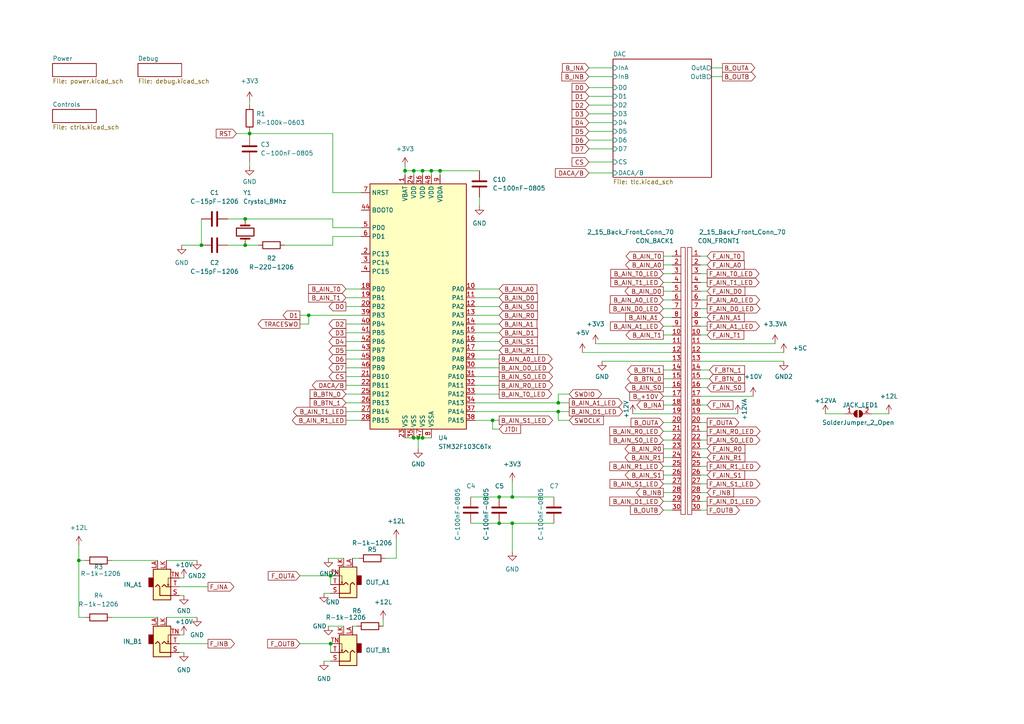
<source format=kicad_sch>
(kicad_sch (version 20211123) (generator eeschema)
  (paper "A4")
  (lib_symbols
    (symbol "2_15_Back_Front_Conn_70_1"
      (property "Reference" "Conn" (at 0 0 0))
      (property "Value" "2_15_Back_Front_Conn_70_1" (at 0 0 0))
      (symbol "2_15_Back_Front_Conn_70_1_0_0"
        (pin input line (at -7.62 -29.21 0) (length 2.54) (name "") (number "10"))
        (pin input line (at -7.62 -31.75 0) (length 2.54) (name "") (number "11"))
        (pin input line (at -7.62 -34.29 0) (length 2.54) (name "") (number "12"))
        (pin input line (at -7.62 -36.83 0) (length 2.54) (name "") (number "13"))
        (pin input line (at -7.62 -39.37 0) (length 2.54) (name "") (number "14"))
        (pin input line (at -7.62 -41.91 0) (length 2.54) (name "") (number "15"))
        (pin input line (at -7.62 -44.45 0) (length 2.54) (name "") (number "16"))
        (pin input line (at -7.62 -46.99 0) (length 2.54) (name "") (number "17"))
        (pin input line (at -7.62 -49.53 0) (length 2.54) (name "") (number "18"))
        (pin input line (at -7.62 -52.07 0) (length 2.54) (name "") (number "19"))
        (pin input line (at -7.62 -54.61 0) (length 2.54) (name "") (number "20"))
        (pin input line (at -7.62 -57.15 0) (length 2.54) (name "") (number "21"))
        (pin input line (at -7.62 -59.69 0) (length 2.54) (name "") (number "22"))
        (pin input line (at -7.62 -62.23 0) (length 2.54) (name "") (number "23"))
        (pin input line (at -7.62 -64.77 0) (length 2.54) (name "") (number "24"))
        (pin input line (at -7.62 -67.31 0) (length 2.54) (name "") (number "25"))
        (pin input line (at -7.62 -69.85 0) (length 2.54) (name "") (number "26"))
        (pin input line (at -7.62 -72.39 0) (length 2.54) (name "") (number "27"))
        (pin input line (at -7.62 -74.93 0) (length 2.54) (name "") (number "28"))
        (pin input line (at -7.62 -77.47 0) (length 2.54) (name "") (number "29"))
        (pin input line (at -7.62 -11.43 0) (length 2.54) (name "") (number "3"))
        (pin input line (at -7.62 -80.01 0) (length 2.54) (name "") (number "30"))
        (pin input line (at -7.62 -13.97 0) (length 2.54) (name "") (number "4"))
        (pin input line (at -7.62 -16.51 0) (length 2.54) (name "") (number "5"))
        (pin input line (at -7.62 -19.05 0) (length 2.54) (name "") (number "6"))
        (pin input line (at -7.62 -21.59 0) (length 2.54) (name "") (number "7"))
        (pin input line (at -7.62 -24.13 0) (length 2.54) (name "") (number "8"))
        (pin input line (at -7.62 -26.67 0) (length 2.54) (name "") (number "9"))
      )
      (symbol "2_15_Back_Front_Conn_70_1_1_1"
        (pin input line (at -7.62 -6.35 0) (length 2.54) (name "") (number "1"))
        (pin input line (at -7.62 -8.89 0) (length 2.54) (name "") (number "2"))
      )
    )
    (symbol "Jumper:SolderJumper_2_Open" (pin_names (offset 0) hide)
      (property "Reference" "JP" (at 0 2.032 0))
      (property "Value" "SolderJumper_2_Open" (at 0 -2.54 0))
      (symbol "SolderJumper_2_Open_1_1"
        (pin passive line (at -3.81 0 0) (length 2.54) (name "A") (number "1"))
        (pin passive line (at 3.81 0 180) (length 2.54) (name "B") (number "2"))
      )
    )
    (symbol "LUM-1502-03_3.5mm_mono_vertical_jack_LED_1"
      (property "Reference" "U" (at 0 5.08 0))
      (property "Value" "LUM-1502-03_3.5mm_mono_vertical_jack_LED_1" (at 0 5.08 0))
      (symbol "LUM-1502-03_3.5mm_mono_vertical_jack_LED_1_1_1"
        (pin input line (at -1.27 -8.89 90) (length 2.54) (name "") (number "LA"))
        (pin input line (at 1.27 -8.89 90) (length 2.54) (name "") (number "LK"))
        (pin passive line (at 5.08 1.27 180) (length 2.54) (name "~") (number "S"))
        (pin passive line (at 5.08 -1.27 180) (length 2.54) (name "~") (number "T"))
        (pin passive line (at 5.08 -3.81 180) (length 2.54) (name "~") (number "TN"))
      )
    )
    (symbol "LUM-1502-03_3.5mm_mono_vertical_jack_LED_2"
      (property "Reference" "U" (at 0 5.08 0))
      (property "Value" "LUM-1502-03_3.5mm_mono_vertical_jack_LED_2" (at 0 5.08 0))
      (symbol "LUM-1502-03_3.5mm_mono_vertical_jack_LED_2_1_1"
        (pin input line (at -1.27 -8.89 90) (length 2.54) (name "") (number "LA"))
        (pin input line (at 1.27 -8.89 90) (length 2.54) (name "") (number "LK"))
        (pin passive line (at 5.08 1.27 180) (length 2.54) (name "~") (number "S"))
        (pin passive line (at 5.08 -1.27 180) (length 2.54) (name "~") (number "T"))
        (pin passive line (at 5.08 -3.81 180) (length 2.54) (name "~") (number "TN"))
      )
    )
    (symbol "LUM-1502-03_3.5mm_mono_vertical_jack_LED_3"
      (property "Reference" "U" (at 0 5.08 0))
      (property "Value" "LUM-1502-03_3.5mm_mono_vertical_jack_LED_3" (at 0 5.08 0))
      (symbol "LUM-1502-03_3.5mm_mono_vertical_jack_LED_3_1_1"
        (pin input line (at -1.27 -8.89 90) (length 2.54) (name "") (number "LA"))
        (pin input line (at 1.27 -8.89 90) (length 2.54) (name "") (number "LK"))
        (pin passive line (at 5.08 1.27 180) (length 2.54) (name "~") (number "S"))
        (pin passive line (at 5.08 -1.27 180) (length 2.54) (name "~") (number "T"))
        (pin passive line (at 5.08 -3.81 180) (length 2.54) (name "~") (number "TN"))
      )
    )
    (symbol "MCU_ST_STM32F1:STM32F103C6Tx"
      (property "Reference" "U" (at -15.24 36.83 0))
      (property "Value" "STM32F103C6Tx" (at 7.62 36.83 0))
      (symbol "STM32F103C6Tx_1_1"
        (pin power_in line (at -5.08 38.1 270) (length 2.54) (name "VBAT") (number "1"))
        (pin bidirectional line (at 15.24 5.08 180) (length 2.54) (name "PA0") (number "10"))
        (pin bidirectional line (at 15.24 2.54 180) (length 2.54) (name "PA1") (number "11"))
        (pin bidirectional line (at 15.24 0 180) (length 2.54) (name "PA2") (number "12"))
        (pin bidirectional line (at 15.24 -2.54 180) (length 2.54) (name "PA3") (number "13"))
        (pin bidirectional line (at 15.24 -5.08 180) (length 2.54) (name "PA4") (number "14"))
        (pin bidirectional line (at 15.24 -7.62 180) (length 2.54) (name "PA5") (number "15"))
        (pin bidirectional line (at 15.24 -10.16 180) (length 2.54) (name "PA6") (number "16"))
        (pin bidirectional line (at 15.24 -12.7 180) (length 2.54) (name "PA7") (number "17"))
        (pin bidirectional line (at -17.78 5.08 0) (length 2.54) (name "PB0") (number "18"))
        (pin bidirectional line (at -17.78 2.54 0) (length 2.54) (name "PB1") (number "19"))
        (pin bidirectional line (at -17.78 15.24 0) (length 2.54) (name "PC13") (number "2"))
        (pin bidirectional line (at -17.78 0 0) (length 2.54) (name "PB2") (number "20"))
        (pin bidirectional line (at -17.78 -20.32 0) (length 2.54) (name "PB10") (number "21"))
        (pin bidirectional line (at -17.78 -22.86 0) (length 2.54) (name "PB11") (number "22"))
        (pin power_in line (at -5.08 -38.1 90) (length 2.54) (name "VSS") (number "23"))
        (pin power_in line (at -2.54 38.1 270) (length 2.54) (name "VDD") (number "24"))
        (pin bidirectional line (at -17.78 -25.4 0) (length 2.54) (name "PB12") (number "25"))
        (pin bidirectional line (at -17.78 -27.94 0) (length 2.54) (name "PB13") (number "26"))
        (pin bidirectional line (at -17.78 -30.48 0) (length 2.54) (name "PB14") (number "27"))
        (pin bidirectional line (at -17.78 -33.02 0) (length 2.54) (name "PB15") (number "28"))
        (pin bidirectional line (at 15.24 -15.24 180) (length 2.54) (name "PA8") (number "29"))
        (pin bidirectional line (at -17.78 12.7 0) (length 2.54) (name "PC14") (number "3"))
        (pin bidirectional line (at 15.24 -17.78 180) (length 2.54) (name "PA9") (number "30"))
        (pin bidirectional line (at 15.24 -20.32 180) (length 2.54) (name "PA10") (number "31"))
        (pin bidirectional line (at 15.24 -22.86 180) (length 2.54) (name "PA11") (number "32"))
        (pin bidirectional line (at 15.24 -25.4 180) (length 2.54) (name "PA12") (number "33"))
        (pin bidirectional line (at 15.24 -27.94 180) (length 2.54) (name "PA13") (number "34"))
        (pin power_in line (at -2.54 -38.1 90) (length 2.54) (name "VSS") (number "35"))
        (pin power_in line (at 0 38.1 270) (length 2.54) (name "VDD") (number "36"))
        (pin bidirectional line (at 15.24 -30.48 180) (length 2.54) (name "PA14") (number "37"))
        (pin bidirectional line (at 15.24 -33.02 180) (length 2.54) (name "PA15") (number "38"))
        (pin bidirectional line (at -17.78 -2.54 0) (length 2.54) (name "PB3") (number "39"))
        (pin bidirectional line (at -17.78 10.16 0) (length 2.54) (name "PC15") (number "4"))
        (pin bidirectional line (at -17.78 -5.08 0) (length 2.54) (name "PB4") (number "40"))
        (pin bidirectional line (at -17.78 -7.62 0) (length 2.54) (name "PB5") (number "41"))
        (pin bidirectional line (at -17.78 -10.16 0) (length 2.54) (name "PB6") (number "42"))
        (pin bidirectional line (at -17.78 -12.7 0) (length 2.54) (name "PB7") (number "43"))
        (pin input line (at -17.78 27.94 0) (length 2.54) (name "BOOT0") (number "44"))
        (pin bidirectional line (at -17.78 -15.24 0) (length 2.54) (name "PB8") (number "45"))
        (pin bidirectional line (at -17.78 -17.78 0) (length 2.54) (name "PB9") (number "46"))
        (pin power_in line (at 0 -38.1 90) (length 2.54) (name "VSS") (number "47"))
        (pin power_in line (at 2.54 38.1 270) (length 2.54) (name "VDD") (number "48"))
        (pin input line (at -17.78 22.86 0) (length 2.54) (name "PD0") (number "5"))
        (pin input line (at -17.78 20.32 0) (length 2.54) (name "PD1") (number "6"))
        (pin input line (at -17.78 33.02 0) (length 2.54) (name "NRST") (number "7"))
        (pin power_in line (at 2.54 -38.1 90) (length 2.54) (name "VSSA") (number "8"))
        (pin power_in line (at 5.08 38.1 270) (length 2.54) (name "VDDA") (number "9"))
      )
    )
    (symbol "eurorack:2_15_Back_Front_Conn_70"
      (property "Reference" "Conn" (at 0 0 0))
      (property "Value" "2_15_Back_Front_Conn_70" (at 0 0 0))
      (symbol "2_15_Back_Front_Conn_70_0_0"
        (pin input line (at -7.62 -29.21 0) (length 2.54) (name "") (number "10"))
        (pin input line (at -7.62 -31.75 0) (length 2.54) (name "") (number "11"))
        (pin input line (at -7.62 -34.29 0) (length 2.54) (name "") (number "12"))
        (pin input line (at -7.62 -36.83 0) (length 2.54) (name "") (number "13"))
        (pin input line (at -7.62 -39.37 0) (length 2.54) (name "") (number "14"))
        (pin input line (at -7.62 -41.91 0) (length 2.54) (name "") (number "15"))
        (pin input line (at -7.62 -44.45 0) (length 2.54) (name "") (number "16"))
        (pin input line (at -7.62 -46.99 0) (length 2.54) (name "") (number "17"))
        (pin input line (at -7.62 -49.53 0) (length 2.54) (name "") (number "18"))
        (pin input line (at -7.62 -52.07 0) (length 2.54) (name "") (number "19"))
        (pin input line (at -7.62 -54.61 0) (length 2.54) (name "") (number "20"))
        (pin input line (at -7.62 -57.15 0) (length 2.54) (name "") (number "21"))
        (pin input line (at -7.62 -59.69 0) (length 2.54) (name "") (number "22"))
        (pin input line (at -7.62 -62.23 0) (length 2.54) (name "") (number "23"))
        (pin input line (at -7.62 -64.77 0) (length 2.54) (name "") (number "24"))
        (pin input line (at -7.62 -67.31 0) (length 2.54) (name "") (number "25"))
        (pin input line (at -7.62 -69.85 0) (length 2.54) (name "") (number "26"))
        (pin input line (at -7.62 -72.39 0) (length 2.54) (name "") (number "27"))
        (pin input line (at -7.62 -74.93 0) (length 2.54) (name "") (number "28"))
        (pin input line (at -7.62 -77.47 0) (length 2.54) (name "") (number "29"))
        (pin input line (at -7.62 -11.43 0) (length 2.54) (name "") (number "3"))
        (pin input line (at -7.62 -80.01 0) (length 2.54) (name "") (number "30"))
        (pin input line (at -7.62 -13.97 0) (length 2.54) (name "") (number "4"))
        (pin input line (at -7.62 -16.51 0) (length 2.54) (name "") (number "5"))
        (pin input line (at -7.62 -19.05 0) (length 2.54) (name "") (number "6"))
        (pin input line (at -7.62 -21.59 0) (length 2.54) (name "") (number "7"))
        (pin input line (at -7.62 -24.13 0) (length 2.54) (name "") (number "8"))
        (pin input line (at -7.62 -26.67 0) (length 2.54) (name "") (number "9"))
      )
      (symbol "2_15_Back_Front_Conn_70_1_1"
        (pin input line (at -7.62 -6.35 0) (length 2.54) (name "") (number "1"))
        (pin input line (at -7.62 -8.89 0) (length 2.54) (name "") (number "2"))
      )
    )
    (symbol "eurorack:C-100nF-0805" (pin_numbers hide) (pin_names (offset 0.254))
      (property "Reference" "C" (at 0.635 2.54 0))
      (property "Value" "C-100nF-0805" (at 0.635 -2.54 0))
      (symbol "C-100nF-0805_1_1"
        (pin passive line (at 0 3.81 270) (length 2.794) (name "~") (number "1"))
        (pin passive line (at 0 -3.81 90) (length 2.794) (name "~") (number "2"))
      )
    )
    (symbol "eurorack:C-15pF-1206" (pin_numbers hide) (pin_names (offset 0.254))
      (property "Reference" "C" (at 0.635 2.54 0))
      (property "Value" "C-15pF-1206" (at 0.635 -2.54 0))
      (symbol "C-15pF-1206_1_1"
        (pin passive line (at 0 3.81 270) (length 2.794) (name "~") (number "1"))
        (pin passive line (at 0 -3.81 90) (length 2.794) (name "~") (number "2"))
      )
    )
    (symbol "eurorack:Crystal_8Mhz" (pin_numbers hide) (pin_names (offset 1.016) hide)
      (property "Reference" "Y" (at 0 3.81 0))
      (property "Value" "Crystal_8Mhz" (at 0 -3.81 0))
      (property "Footprint" "eurorack:HC49-4HSMX" (at 0 0 0))
      (symbol "Crystal_8Mhz_1_1"
        (pin passive line (at -3.81 0 0) (length 1.27) (name "1") (number "1"))
        (pin passive line (at 3.81 0 180) (length 1.27) (name "2") (number "2"))
      )
    )
    (symbol "eurorack:LUM-1502-03_3.5mm_mono_vertical_jack_LED"
      (property "Reference" "U" (at 0 5.08 0))
      (property "Value" "LUM-1502-03_3.5mm_mono_vertical_jack_LED" (at 0 5.08 0))
      (symbol "LUM-1502-03_3.5mm_mono_vertical_jack_LED_1_1"
        (pin input line (at -1.27 -8.89 90) (length 2.54) (name "") (number "LA"))
        (pin input line (at 1.27 -8.89 90) (length 2.54) (name "") (number "LK"))
        (pin passive line (at 5.08 1.27 180) (length 2.54) (name "~") (number "S"))
        (pin passive line (at 5.08 -1.27 180) (length 2.54) (name "~") (number "T"))
        (pin passive line (at 5.08 -3.81 180) (length 2.54) (name "~") (number "TN"))
      )
    )
    (symbol "eurorack:R-100k-0603" (pin_numbers hide) (pin_names (offset 0))
      (property "Reference" "R" (at 2.032 0 90))
      (property "Value" "R-100k-0603" (at -2.54 0 90))
      (symbol "R-100k-0603_1_1"
        (pin passive line (at 0 3.81 270) (length 1.27) (name "~") (number "1"))
        (pin passive line (at 0 -3.81 90) (length 1.27) (name "~") (number "2"))
      )
    )
    (symbol "eurorack:R-1k-1206" (pin_numbers hide) (pin_names (offset 0))
      (property "Reference" "R" (at 2.032 0 90))
      (property "Value" "R-1k-1206" (at -2.54 0 90))
      (symbol "R-1k-1206_1_1"
        (pin passive line (at 0 3.81 270) (length 1.27) (name "~") (number "1"))
        (pin passive line (at 0 -3.81 90) (length 1.27) (name "~") (number "2"))
      )
    )
    (symbol "eurorack:R-220-1206" (pin_numbers hide) (pin_names (offset 0))
      (property "Reference" "R" (at 2.032 0 90))
      (property "Value" "R-220-1206" (at -2.54 0 90))
      (property "P" "1/4W" (at 0 0 0))
      (symbol "R-220-1206_1_1"
        (pin passive line (at 0 3.81 270) (length 1.27) (name "~") (number "1"))
        (pin passive line (at 0 -3.81 90) (length 1.27) (name "~") (number "2"))
      )
    )
    (symbol "power:+10V" (power) (pin_names (offset 0))
      (property "Value" "+10V" (at 0 3.556 0))
      (symbol "+10V_1_1"
        (pin power_in line (at 0 0 90) (length 0) hide (name "+10V") (number "1"))
      )
    )
    (symbol "power:+12L" (power) (pin_names (offset 0))
      (property "Value" "+12L" (at 0 3.556 0))
      (symbol "+12L_1_1"
        (pin power_in line (at 0 0 90) (length 0) hide (name "+12L") (number "1"))
      )
    )
    (symbol "power:+12V" (power) (pin_names (offset 0))
      (property "Value" "+12V" (at 0 3.556 0))
      (symbol "+12V_1_1"
        (pin power_in line (at 0 0 90) (length 0) hide (name "+12V") (number "1"))
      )
    )
    (symbol "power:+12VA" (power) (pin_names (offset 0))
      (property "Value" "+12VA" (at 0 3.556 0))
      (symbol "+12VA_1_1"
        (pin power_in line (at 0 0 90) (length 0) hide (name "+12VA") (number "1"))
      )
    )
    (symbol "power:+3.3VA" (power) (pin_names (offset 0))
      (property "Value" "+3.3VA" (at 0 3.556 0))
      (symbol "+3.3VA_1_1"
        (pin power_in line (at 0 0 90) (length 0) hide (name "+3.3VA") (number "1"))
      )
    )
    (symbol "power:+3V3" (power) (pin_names (offset 0))
      (property "Value" "+3V3" (at 0 3.556 0))
      (symbol "+3V3_1_1"
        (pin power_in line (at 0 0 90) (length 0) hide (name "+3V3") (number "1"))
      )
    )
    (symbol "power:+5C" (power) (pin_names (offset 0))
      (property "Value" "+5C" (at 0 3.556 0))
      (symbol "+5C_1_1"
        (pin power_in line (at 0 0 90) (length 0) hide (name "+5C") (number "1"))
      )
    )
    (symbol "power:+5V" (power) (pin_names (offset 0))
      (property "Value" "+5V" (at 0 3.556 0))
      (symbol "+5V_1_1"
        (pin power_in line (at 0 0 90) (length 0) hide (name "+5V") (number "1"))
      )
    )
    (symbol "power:GND" (power) (pin_names (offset 0))
      (property "Value" "GND" (at 0 -3.81 0))
      (symbol "GND_1_1"
        (pin power_in line (at 0 0 270) (length 0) hide (name "GND") (number "1"))
      )
    )
    (symbol "power:GND2" (power) (pin_names (offset 0))
      (property "Value" "GND2" (at 0 -3.81 0))
      (symbol "GND2_1_1"
        (pin power_in line (at 0 0 270) (length 0) hide (name "GND2") (number "1"))
      )
    )
  )
  (junction (at 120.015 127))
  (junction (at 125.095 49.53))
  (junction (at 144.78 144.145))
  (junction (at 161.925 116.84))
  (junction (at 95.885 167.005))
  (junction (at 148.59 144.145))
  (junction (at 71.12 71.12))
  (junction (at 71.12 63.5))
  (junction (at 161.925 119.38))
  (junction (at 122.555 49.53))
  (junction (at 121.285 127))
  (junction (at 148.59 151.765))
  (junction (at 142.875 121.92))
  (junction (at 122.555 127))
  (junction (at 22.86 162.56))
  (junction (at 89.535 91.44))
  (junction (at 58.42 71.12))
  (junction (at 127.635 49.53))
  (junction (at 117.475 49.53))
  (junction (at 72.39 38.735))
  (junction (at 144.78 151.765))
  (junction (at 120.015 49.53))
  (junction (at 95.885 186.69))
  (wire (pts (xy 66.04 71.12) (xy 71.12 71.12)))
  (wire (pts (xy 96.52 66.04) (xy 96.52 63.5)))
  (wire (pts (xy 86.995 93.98) (xy 89.535 93.98)))
  (wire (pts (xy 137.795 99.06) (xy 144.78 99.06)))
  (wire (pts (xy 170.815 46.99) (xy 177.8 46.99)))
  (wire (pts (xy 52.07 167.64) (xy 53.34 167.64)))
  (wire (pts (xy 170.815 43.18) (xy 177.8 43.18)))
  (wire (pts (xy 192.405 92.075) (xy 194.945 92.075)))
  (wire (pts (xy 139.065 57.15) (xy 139.065 59.69)))
  (wire (pts (xy 203.2 147.955) (xy 205.105 147.955)))
  (wire (pts (xy 32.385 162.56) (xy 45.72 162.56)))
  (wire (pts (xy 137.795 88.9) (xy 144.78 88.9)))
  (wire (pts (xy 127.635 49.53) (xy 139.065 49.53)))
  (wire (pts (xy 122.555 50.8) (xy 122.555 49.53)))
  (wire (pts (xy 137.795 109.22) (xy 144.78 109.22)))
  (wire (pts (xy 239.395 120.015) (xy 245.11 120.015)))
  (wire (pts (xy 122.555 127) (xy 125.095 127)))
  (wire (pts (xy 203.2 125.095) (xy 205.105 125.095)))
  (wire (pts (xy 148.59 144.145) (xy 160.655 144.145)))
  (wire (pts (xy 203.2 94.615) (xy 205.105 94.615)))
  (wire (pts (xy 22.86 162.56) (xy 24.765 162.56)))
  (wire (pts (xy 137.795 111.76) (xy 144.78 111.76)))
  (wire (pts (xy 192.405 107.315) (xy 194.945 107.315)))
  (wire (pts (xy 192.405 130.175) (xy 194.945 130.175)))
  (wire (pts (xy 111.125 179.705) (xy 111.125 181.61)))
  (wire (pts (xy 68.58 38.735) (xy 72.39 38.735)))
  (wire (pts (xy 183.515 120.015) (xy 194.945 120.015)))
  (wire (pts (xy 165.1 114.3) (xy 161.925 114.3)))
  (wire (pts (xy 168.91 102.235) (xy 194.945 102.235)))
  (wire (pts (xy 137.795 104.14) (xy 144.78 104.14)))
  (wire (pts (xy 144.78 144.145) (xy 148.59 144.145)))
  (wire (pts (xy 137.795 86.36) (xy 144.78 86.36)))
  (wire (pts (xy 100.33 101.6) (xy 104.775 101.6)))
  (wire (pts (xy 22.86 179.07) (xy 22.86 162.56)))
  (wire (pts (xy 203.2 132.715) (xy 205.105 132.715)))
  (wire (pts (xy 203.2 135.255) (xy 205.105 135.255)))
  (wire (pts (xy 203.2 104.775) (xy 227.33 104.775)))
  (wire (pts (xy 203.2 107.315) (xy 205.74 107.315)))
  (wire (pts (xy 48.26 179.07) (xy 57.15 179.07)))
  (wire (pts (xy 192.405 117.475) (xy 194.945 117.475)))
  (wire (pts (xy 95.885 186.69) (xy 95.885 189.23)))
  (wire (pts (xy 137.795 91.44) (xy 144.78 91.44)))
  (wire (pts (xy 161.925 116.84) (xy 165.1 116.84)))
  (wire (pts (xy 100.33 106.68) (xy 104.775 106.68)))
  (wire (pts (xy 96.52 55.88) (xy 104.775 55.88)))
  (wire (pts (xy 170.815 50.165) (xy 177.8 50.165)))
  (wire (pts (xy 192.405 89.535) (xy 194.945 89.535)))
  (wire (pts (xy 192.405 76.835) (xy 194.945 76.835)))
  (wire (pts (xy 144.78 124.46) (xy 142.875 124.46)))
  (wire (pts (xy 89.535 93.98) (xy 89.535 91.44)))
  (wire (pts (xy 104.14 161.925) (xy 102.235 161.925)))
  (wire (pts (xy 120.015 49.53) (xy 117.475 49.53)))
  (wire (pts (xy 203.2 117.475) (xy 205.105 117.475)))
  (wire (pts (xy 99.695 161.925) (xy 95.25 161.925)))
  (wire (pts (xy 203.2 140.335) (xy 205.105 140.335)))
  (wire (pts (xy 96.52 63.5) (xy 71.12 63.5)))
  (wire (pts (xy 72.39 38.735) (xy 72.39 39.37)))
  (wire (pts (xy 100.33 104.14) (xy 104.775 104.14)))
  (wire (pts (xy 203.2 99.695) (xy 224.79 99.695)))
  (wire (pts (xy 58.42 63.5) (xy 58.42 71.12)))
  (wire (pts (xy 165.1 121.92) (xy 161.925 121.92)))
  (wire (pts (xy 203.2 130.175) (xy 205.105 130.175)))
  (wire (pts (xy 203.2 127.635) (xy 205.105 127.635)))
  (wire (pts (xy 100.33 96.52) (xy 104.775 96.52)))
  (wire (pts (xy 72.39 38.735) (xy 96.52 38.735)))
  (wire (pts (xy 203.2 114.935) (xy 218.44 114.935)))
  (wire (pts (xy 137.795 121.92) (xy 142.875 121.92)))
  (wire (pts (xy 203.2 74.295) (xy 205.105 74.295)))
  (wire (pts (xy 192.405 97.155) (xy 194.945 97.155)))
  (wire (pts (xy 203.2 102.235) (xy 227.33 102.235)))
  (wire (pts (xy 203.2 89.535) (xy 205.105 89.535)))
  (wire (pts (xy 52.07 184.15) (xy 53.34 184.15)))
  (wire (pts (xy 203.2 92.075) (xy 205.105 92.075)))
  (wire (pts (xy 170.815 35.56) (xy 177.8 35.56)))
  (wire (pts (xy 137.795 116.84) (xy 161.925 116.84)))
  (wire (pts (xy 125.095 49.53) (xy 127.635 49.53)))
  (wire (pts (xy 122.555 49.53) (xy 120.015 49.53)))
  (wire (pts (xy 125.095 50.8) (xy 125.095 49.53)))
  (wire (pts (xy 22.86 158.115) (xy 22.86 162.56)))
  (wire (pts (xy 192.405 127.635) (xy 194.945 127.635)))
  (wire (pts (xy 203.2 142.875) (xy 205.105 142.875)))
  (wire (pts (xy 137.795 96.52) (xy 144.78 96.52)))
  (wire (pts (xy 52.07 186.69) (xy 60.325 186.69)))
  (wire (pts (xy 95.885 167.005) (xy 95.885 169.545)))
  (wire (pts (xy 252.73 120.015) (xy 257.81 120.015)))
  (wire (pts (xy 206.375 22.225) (xy 209.55 22.225)))
  (wire (pts (xy 137.795 106.68) (xy 144.78 106.68)))
  (wire (pts (xy 142.875 124.46) (xy 142.875 121.92)))
  (wire (pts (xy 192.405 125.095) (xy 194.945 125.095)))
  (wire (pts (xy 86.995 186.69) (xy 95.885 186.69)))
  (wire (pts (xy 192.405 122.555) (xy 194.945 122.555)))
  (wire (pts (xy 117.475 49.53) (xy 117.475 50.8)))
  (wire (pts (xy 125.095 49.53) (xy 122.555 49.53)))
  (wire (pts (xy 96.52 68.58) (xy 104.775 68.58)))
  (wire (pts (xy 170.815 19.685) (xy 177.8 19.685)))
  (wire (pts (xy 137.795 93.98) (xy 144.78 93.98)))
  (wire (pts (xy 52.705 71.12) (xy 58.42 71.12)))
  (wire (pts (xy 136.525 151.765) (xy 144.78 151.765)))
  (wire (pts (xy 100.33 121.92) (xy 104.775 121.92)))
  (wire (pts (xy 48.26 162.56) (xy 57.15 162.56)))
  (wire (pts (xy 161.925 119.38) (xy 165.1 119.38)))
  (wire (pts (xy 100.33 83.82) (xy 104.775 83.82)))
  (wire (pts (xy 100.33 116.84) (xy 104.775 116.84)))
  (wire (pts (xy 72.39 38.1) (xy 72.39 38.735)))
  (wire (pts (xy 117.475 48.26) (xy 117.475 49.53)))
  (wire (pts (xy 137.795 101.6) (xy 144.78 101.6)))
  (wire (pts (xy 100.33 119.38) (xy 104.775 119.38)))
  (wire (pts (xy 203.2 137.795) (xy 205.105 137.795)))
  (wire (pts (xy 24.765 179.07) (xy 22.86 179.07)))
  (wire (pts (xy 192.405 137.795) (xy 194.945 137.795)))
  (wire (pts (xy 72.39 29.21) (xy 72.39 30.48)))
  (wire (pts (xy 170.815 33.02) (xy 177.8 33.02)))
  (wire (pts (xy 192.405 86.995) (xy 194.945 86.995)))
  (wire (pts (xy 137.795 119.38) (xy 161.925 119.38)))
  (wire (pts (xy 192.405 114.935) (xy 194.945 114.935)))
  (wire (pts (xy 103.505 181.61) (xy 102.235 181.61)))
  (wire (pts (xy 170.815 25.4) (xy 177.8 25.4)))
  (wire (pts (xy 71.12 71.12) (xy 74.93 71.12)))
  (wire (pts (xy 203.2 84.455) (xy 205.105 84.455)))
  (wire (pts (xy 192.405 94.615) (xy 194.945 94.615)))
  (wire (pts (xy 136.525 144.145) (xy 144.78 144.145)))
  (wire (pts (xy 114.935 156.21) (xy 114.935 161.925)))
  (wire (pts (xy 170.815 27.94) (xy 177.8 27.94)))
  (wire (pts (xy 192.405 74.295) (xy 194.945 74.295)))
  (wire (pts (xy 192.405 147.955) (xy 194.945 147.955)))
  (wire (pts (xy 170.815 22.225) (xy 177.8 22.225)))
  (wire (pts (xy 148.59 139.7) (xy 148.59 144.145)))
  (wire (pts (xy 86.995 167.005) (xy 95.885 167.005)))
  (wire (pts (xy 203.2 81.915) (xy 205.105 81.915)))
  (wire (pts (xy 170.815 40.64) (xy 177.8 40.64)))
  (wire (pts (xy 144.78 151.765) (xy 148.59 151.765)))
  (wire (pts (xy 96.52 71.12) (xy 96.52 68.58)))
  (wire (pts (xy 137.795 83.82) (xy 144.78 83.82)))
  (wire (pts (xy 192.405 84.455) (xy 194.945 84.455)))
  (wire (pts (xy 100.33 86.36) (xy 104.775 86.36)))
  (wire (pts (xy 52.07 172.72) (xy 53.34 172.72)))
  (wire (pts (xy 203.2 145.415) (xy 205.105 145.415)))
  (wire (pts (xy 170.815 38.1) (xy 177.8 38.1)))
  (wire (pts (xy 120.015 50.8) (xy 120.015 49.53)))
  (wire (pts (xy 89.535 91.44) (xy 104.775 91.44)))
  (wire (pts (xy 192.405 132.715) (xy 194.945 132.715)))
  (wire (pts (xy 137.795 114.3) (xy 144.78 114.3)))
  (wire (pts (xy 142.875 121.92) (xy 144.78 121.92)))
  (wire (pts (xy 93.98 172.085) (xy 95.885 172.085)))
  (wire (pts (xy 192.405 112.395) (xy 194.945 112.395)))
  (wire (pts (xy 100.33 109.22) (xy 104.775 109.22)))
  (wire (pts (xy 100.33 111.76) (xy 104.775 111.76)))
  (wire (pts (xy 192.405 79.375) (xy 194.945 79.375)))
  (wire (pts (xy 72.39 46.99) (xy 72.39 48.26)))
  (wire (pts (xy 203.2 109.855) (xy 205.74 109.855)))
  (wire (pts (xy 206.375 19.685) (xy 209.55 19.685)))
  (wire (pts (xy 192.405 109.855) (xy 194.945 109.855)))
  (wire (pts (xy 114.935 161.925) (xy 111.76 161.925)))
  (wire (pts (xy 100.33 114.3) (xy 104.775 114.3)))
  (wire (pts (xy 203.2 112.395) (xy 205.105 112.395)))
  (wire (pts (xy 161.925 114.3) (xy 161.925 116.84)))
  (wire (pts (xy 203.2 97.155) (xy 205.105 97.155)))
  (wire (pts (xy 203.2 122.555) (xy 205.105 122.555)))
  (wire (pts (xy 192.405 145.415) (xy 194.945 145.415)))
  (wire (pts (xy 192.405 142.875) (xy 194.945 142.875)))
  (wire (pts (xy 192.405 81.915) (xy 194.945 81.915)))
  (wire (pts (xy 99.695 181.61) (xy 95.25 181.61)))
  (wire (pts (xy 117.475 127) (xy 120.015 127)))
  (wire (pts (xy 148.59 151.765) (xy 160.655 151.765)))
  (wire (pts (xy 170.815 30.48) (xy 177.8 30.48)))
  (wire (pts (xy 52.07 189.23) (xy 53.34 189.23)))
  (wire (pts (xy 96.52 38.735) (xy 96.52 55.88)))
  (wire (pts (xy 100.33 93.98) (xy 104.775 93.98)))
  (wire (pts (xy 161.925 121.92) (xy 161.925 119.38)))
  (wire (pts (xy 93.98 191.77) (xy 95.885 191.77)))
  (wire (pts (xy 148.59 151.765) (xy 148.59 160.02)))
  (wire (pts (xy 82.55 71.12) (xy 96.52 71.12)))
  (wire (pts (xy 86.995 91.44) (xy 89.535 91.44)))
  (wire (pts (xy 66.04 63.5) (xy 71.12 63.5)))
  (wire (pts (xy 121.285 127) (xy 121.285 130.175)))
  (wire (pts (xy 172.72 99.695) (xy 194.945 99.695)))
  (wire (pts (xy 174.625 104.775) (xy 194.945 104.775)))
  (wire (pts (xy 52.07 170.18) (xy 60.325 170.18)))
  (wire (pts (xy 203.2 76.835) (xy 205.105 76.835)))
  (wire (pts (xy 104.775 66.04) (xy 96.52 66.04)))
  (wire (pts (xy 100.33 88.9) (xy 104.775 88.9)))
  (wire (pts (xy 192.405 140.335) (xy 194.945 140.335)))
  (wire (pts (xy 32.385 179.07) (xy 45.72 179.07)))
  (wire (pts (xy 100.33 99.06) (xy 104.775 99.06)))
  (wire (pts (xy 192.405 135.255) (xy 194.945 135.255)))
  (wire (pts (xy 203.2 120.015) (xy 213.995 120.015)))
  (wire (pts (xy 203.2 86.995) (xy 205.105 86.995)))
  (wire (pts (xy 121.285 127) (xy 122.555 127)))
  (wire (pts (xy 127.635 49.53) (xy 127.635 50.8)))
  (wire (pts (xy 120.015 127) (xy 121.285 127)))
  (wire (pts (xy 203.2 79.375) (xy 205.105 79.375)))
  (global_label "B_AIN_R1_LED" (shape input) (at 192.405 135.255 180) (property "Intersheet References" "${INTERSHEET_REFS}" (effects hide)))
  (global_label "B_AIN_A0" (shape output) (at 192.405 76.835 180) (property "Intersheet References" "${INTERSHEET_REFS}" (effects hide)))
  (global_label "F_AIN_A1_LED" (shape output) (at 205.105 94.615 0) (property "Intersheet References" "${INTERSHEET_REFS}" (effects hide)))
  (global_label "B_AIN_D0" (shape output) (at 192.405 84.455 180) (property "Intersheet References" "${INTERSHEET_REFS}" (effects hide)))
  (global_label "D0" (shape output) (at 100.33 88.9 180) (property "Intersheet References" "${INTERSHEET_REFS}" (effects hide)))
  (global_label "B_AIN_R0" (shape output) (at 192.405 130.175 180) (property "Intersheet References" "${INTERSHEET_REFS}" (effects hide)))
  (global_label "B_AIN_A0" (shape input) (at 144.78 83.82 0) (property "Intersheet References" "${INTERSHEET_REFS}" (effects hide)))
  (global_label "D0" (shape input) (at 170.815 25.4 180) (property "Intersheet References" "${INTERSHEET_REFS}" (effects hide)))
  (global_label "B_INB" (shape output) (at 192.405 142.875 180) (property "Intersheet References" "${INTERSHEET_REFS}" (effects hide)))
  (global_label "D6" (shape output) (at 100.33 104.14 180) (property "Intersheet References" "${INTERSHEET_REFS}" (effects hide)))
  (global_label "TRACESWO" (shape output) (at 86.995 93.98 180) (property "Intersheet References" "${INTERSHEET_REFS}" (effects hide)))
  (global_label "B_OUTA" (shape input) (at 192.405 122.555 180) (property "Intersheet References" "${INTERSHEET_REFS}" (effects hide)))
  (global_label "D2" (shape input) (at 170.815 30.48 180) (property "Intersheet References" "${INTERSHEET_REFS}" (effects hide)))
  (global_label "F_AIN_S1_LED" (shape output) (at 205.105 140.335 0) (property "Intersheet References" "${INTERSHEET_REFS}" (effects hide)))
  (global_label "B_BTN_0" (shape input) (at 100.33 114.3 180) (property "Intersheet References" "${INTERSHEET_REFS}" (effects hide)))
  (global_label "F_AIN_T0_LED" (shape output) (at 205.105 79.375 0) (property "Intersheet References" "${INTERSHEET_REFS}" (effects hide)))
  (global_label "B_INA" (shape input) (at 170.815 19.685 180) (property "Intersheet References" "${INTERSHEET_REFS}" (effects hide)))
  (global_label "DACA{slash}B" (shape input) (at 170.815 50.165 180) (property "Intersheet References" "${INTERSHEET_REFS}" (effects hide)))
  (global_label "F_AIN_R1_LED" (shape output) (at 205.105 135.255 0) (property "Intersheet References" "${INTERSHEET_REFS}" (effects hide)))
  (global_label "CS" (shape input) (at 170.815 46.99 180) (property "Intersheet References" "${INTERSHEET_REFS}" (effects hide)))
  (global_label "F_AIN_S1" (shape input) (at 205.105 137.795 0) (property "Intersheet References" "${INTERSHEET_REFS}" (effects hide)))
  (global_label "B_AIN_A0_LED" (shape input) (at 192.405 86.995 180) (property "Intersheet References" "${INTERSHEET_REFS}" (effects hide)))
  (global_label "D5" (shape input) (at 170.815 38.1 180) (property "Intersheet References" "${INTERSHEET_REFS}" (effects hide)))
  (global_label "F_AIN_T0" (shape input) (at 205.105 74.295 0) (property "Intersheet References" "${INTERSHEET_REFS}" (effects hide)))
  (global_label "B_AIN_D0" (shape input) (at 144.78 86.36 0) (property "Intersheet References" "${INTERSHEET_REFS}" (effects hide)))
  (global_label "B_AIN_S0" (shape input) (at 144.78 88.9 0) (property "Intersheet References" "${INTERSHEET_REFS}" (effects hide)))
  (global_label "B_AIN_S0_LED" (shape output) (at 144.78 109.22 0) (property "Intersheet References" "${INTERSHEET_REFS}" (effects hide)))
  (global_label "D4" (shape output) (at 100.33 99.06 180) (property "Intersheet References" "${INTERSHEET_REFS}" (effects hide)))
  (global_label "B_BTN_1" (shape output) (at 192.405 107.315 180) (property "Intersheet References" "${INTERSHEET_REFS}" (effects hide)))
  (global_label "D2" (shape output) (at 100.33 93.98 180) (property "Intersheet References" "${INTERSHEET_REFS}" (effects hide)))
  (global_label "D7" (shape input) (at 170.815 43.18 180) (property "Intersheet References" "${INTERSHEET_REFS}" (effects hide)))
  (global_label "D3" (shape input) (at 170.815 33.02 180) (property "Intersheet References" "${INTERSHEET_REFS}" (effects hide)))
  (global_label "B_AIN_T0_LED" (shape output) (at 144.78 114.3 0) (property "Intersheet References" "${INTERSHEET_REFS}" (effects hide)))
  (global_label "F_AIN_T1" (shape input) (at 205.105 97.155 0) (property "Intersheet References" "${INTERSHEET_REFS}" (effects hide)))
  (global_label "B_AIN_T1_LED" (shape input) (at 192.405 81.915 180) (property "Intersheet References" "${INTERSHEET_REFS}" (effects hide)))
  (global_label "B_AIN_D1" (shape input) (at 144.78 96.52 0) (property "Intersheet References" "${INTERSHEET_REFS}" (effects hide)))
  (global_label "B_BTN_0" (shape output) (at 192.405 109.855 180) (property "Intersheet References" "${INTERSHEET_REFS}" (effects hide)))
  (global_label "B_AIN_R1_LED" (shape output) (at 100.33 121.92 180) (property "Intersheet References" "${INTERSHEET_REFS}" (effects hide)))
  (global_label "B_AIN_A1_LED" (shape input) (at 192.405 94.615 180) (property "Intersheet References" "${INTERSHEET_REFS}" (effects hide)))
  (global_label "F_AIN_D0_LED" (shape output) (at 205.105 89.535 0) (property "Intersheet References" "${INTERSHEET_REFS}" (effects hide)))
  (global_label "D4" (shape input) (at 170.815 35.56 180) (property "Intersheet References" "${INTERSHEET_REFS}" (effects hide)))
  (global_label "F_OUTA" (shape input) (at 86.995 167.005 180) (property "Intersheet References" "${INTERSHEET_REFS}" (effects hide)))
  (global_label "F_AIN_T1_LED" (shape output) (at 205.105 81.915 0) (property "Intersheet References" "${INTERSHEET_REFS}" (effects hide)))
  (global_label "F_AIN_S0_LED" (shape output) (at 205.105 127.635 0) (property "Intersheet References" "${INTERSHEET_REFS}" (effects hide)))
  (global_label "D5" (shape output) (at 100.33 101.6 180) (property "Intersheet References" "${INTERSHEET_REFS}" (effects hide)))
  (global_label "B_AIN_D1_LED" (shape output) (at 165.1 119.38 0) (property "Intersheet References" "${INTERSHEET_REFS}" (effects hide)))
  (global_label "B_INB" (shape input) (at 170.815 22.225 180) (property "Intersheet References" "${INTERSHEET_REFS}" (effects hide)))
  (global_label "F_AIN_R1" (shape input) (at 205.105 132.715 0) (property "Intersheet References" "${INTERSHEET_REFS}" (effects hide)))
  (global_label "B_AIN_D0_LED" (shape input) (at 192.405 89.535 180) (property "Intersheet References" "${INTERSHEET_REFS}" (effects hide)))
  (global_label "B_AIN_A1" (shape input) (at 144.78 93.98 0) (property "Intersheet References" "${INTERSHEET_REFS}" (effects hide)))
  (global_label "B_AIN_S1" (shape output) (at 192.405 137.795 180) (property "Intersheet References" "${INTERSHEET_REFS}" (effects hide)))
  (global_label "F_AIN_A0" (shape input) (at 205.105 76.835 0) (property "Intersheet References" "${INTERSHEET_REFS}" (effects hide)))
  (global_label "B_AIN_S1" (shape input) (at 144.78 99.06 0) (property "Intersheet References" "${INTERSHEET_REFS}" (effects hide)))
  (global_label "F_INB" (shape input) (at 205.105 142.875 0) (property "Intersheet References" "${INTERSHEET_REFS}" (effects hide)))
  (global_label "B_AIN_T0" (shape input) (at 100.33 83.82 180) (property "Intersheet References" "${INTERSHEET_REFS}" (effects hide)))
  (global_label "B_OUTB" (shape output) (at 209.55 22.225 0) (property "Intersheet References" "${INTERSHEET_REFS}" (effects hide)))
  (global_label "B_AIN_T1" (shape output) (at 192.405 97.155 180) (property "Intersheet References" "${INTERSHEET_REFS}" (effects hide)))
  (global_label "B_OUTA" (shape output) (at 209.55 19.685 0) (property "Intersheet References" "${INTERSHEET_REFS}" (effects hide)))
  (global_label "B_AIN_A0_LED" (shape output) (at 144.78 104.14 0) (property "Intersheet References" "${INTERSHEET_REFS}" (effects hide)))
  (global_label "F_AIN_R0_LED" (shape output) (at 205.105 125.095 0) (property "Intersheet References" "${INTERSHEET_REFS}" (effects hide)))
  (global_label "F_INA" (shape output) (at 60.325 170.18 0) (property "Intersheet References" "${INTERSHEET_REFS}" (effects hide)))
  (global_label "CS" (shape output) (at 100.33 109.22 180) (property "Intersheet References" "${INTERSHEET_REFS}" (effects hide)))
  (global_label "D6" (shape input) (at 170.815 40.64 180) (property "Intersheet References" "${INTERSHEET_REFS}" (effects hide)))
  (global_label "B_AIN_T0" (shape output) (at 192.405 74.295 180) (property "Intersheet References" "${INTERSHEET_REFS}" (effects hide)))
  (global_label "F_AIN_D1_LED" (shape output) (at 205.105 145.415 0) (property "Intersheet References" "${INTERSHEET_REFS}" (effects hide)))
  (global_label "SWDIO" (shape bidirectional) (at 165.1 114.3 0) (property "Intersheet References" "${INTERSHEET_REFS}" (effects hide)))
  (global_label "B_AIN_S0_LED" (shape input) (at 192.405 127.635 180) (property "Intersheet References" "${INTERSHEET_REFS}" (effects hide)))
  (global_label "B_OUTB" (shape input) (at 192.405 147.955 180) (property "Intersheet References" "${INTERSHEET_REFS}" (effects hide)))
  (global_label "F_AIN_A0_LED" (shape output) (at 205.105 86.995 0) (property "Intersheet References" "${INTERSHEET_REFS}" (effects hide)))
  (global_label "B_AIN_R0" (shape input) (at 144.78 91.44 0) (property "Intersheet References" "${INTERSHEET_REFS}" (effects hide)))
  (global_label "RST" (shape input) (at 68.58 38.735 180) (property "Intersheet References" "${INTERSHEET_REFS}" (effects hide)))
  (global_label "JTDI" (shape input) (at 144.78 124.46 0) (property "Intersheet References" "${INTERSHEET_REFS}" (effects hide)))
  (global_label "SWDCLK" (shape input) (at 165.1 121.92 0) (property "Intersheet References" "${INTERSHEET_REFS}" (effects hide)))
  (global_label "F_OUTB" (shape output) (at 205.105 147.955 0) (property "Intersheet References" "${INTERSHEET_REFS}" (effects hide)))
  (global_label "F_OUTB" (shape input) (at 86.995 186.69 180) (property "Intersheet References" "${INTERSHEET_REFS}" (effects hide)))
  (global_label "B_AIN_S0" (shape output) (at 192.405 112.395 180) (property "Intersheet References" "${INTERSHEET_REFS}" (effects hide)))
  (global_label "B_AIN_D0_LED" (shape output) (at 144.78 106.68 0) (property "Intersheet References" "${INTERSHEET_REFS}" (effects hide)))
  (global_label "D3" (shape output) (at 100.33 96.52 180) (property "Intersheet References" "${INTERSHEET_REFS}" (effects hide)))
  (global_label "F_BTN_1" (shape input) (at 205.74 107.315 0) (property "Intersheet References" "${INTERSHEET_REFS}" (effects hide)))
  (global_label "B_AIN_T0_LED" (shape input) (at 192.405 79.375 180) (property "Intersheet References" "${INTERSHEET_REFS}" (effects hide)))
  (global_label "F_AIN_A1" (shape input) (at 205.105 92.075 0) (property "Intersheet References" "${INTERSHEET_REFS}" (effects hide)))
  (global_label "B_AIN_R1" (shape output) (at 192.405 132.715 180) (property "Intersheet References" "${INTERSHEET_REFS}" (effects hide)))
  (global_label "D7" (shape output) (at 100.33 106.68 180) (property "Intersheet References" "${INTERSHEET_REFS}" (effects hide)))
  (global_label "D1" (shape output) (at 86.995 91.44 180) (property "Intersheet References" "${INTERSHEET_REFS}" (effects hide)))
  (global_label "B_INA" (shape output) (at 192.405 117.475 180) (property "Intersheet References" "${INTERSHEET_REFS}" (effects hide)))
  (global_label "F_BTN_0" (shape input) (at 205.74 109.855 0) (property "Intersheet References" "${INTERSHEET_REFS}" (effects hide)))
  (global_label "F_OUTA" (shape output) (at 205.105 122.555 0) (property "Intersheet References" "${INTERSHEET_REFS}" (effects hide)))
  (global_label "B_AIN_R1" (shape input) (at 144.78 101.6 0) (property "Intersheet References" "${INTERSHEET_REFS}" (effects hide)))
  (global_label "F_AIN_D0" (shape input) (at 205.105 84.455 0) (property "Intersheet References" "${INTERSHEET_REFS}" (effects hide)))
  (global_label "D1" (shape input) (at 170.815 27.94 180) (property "Intersheet References" "${INTERSHEET_REFS}" (effects hide)))
  (global_label "F_INA" (shape input) (at 205.105 117.475 0) (property "Intersheet References" "${INTERSHEET_REFS}" (effects hide)))
  (global_label "B_BTN_1" (shape input) (at 100.33 116.84 180) (property "Intersheet References" "${INTERSHEET_REFS}" (effects hide)))
  (global_label "DACA{slash}B" (shape output) (at 100.33 111.76 180) (property "Intersheet References" "${INTERSHEET_REFS}" (effects hide)))
  (global_label "B_AIN_T1" (shape input) (at 100.33 86.36 180) (property "Intersheet References" "${INTERSHEET_REFS}" (effects hide)))
  (global_label "B_AIN_R0_LED" (shape input) (at 192.405 125.095 180) (property "Intersheet References" "${INTERSHEET_REFS}" (effects hide)))
  (global_label "B_AIN_A1_LED" (shape output) (at 165.1 116.84 0) (property "Intersheet References" "${INTERSHEET_REFS}" (effects hide)))
  (global_label "B_+10V" (shape input) (at 192.405 114.935 180) (property "Intersheet References" "${INTERSHEET_REFS}" (effects hide)))
  (global_label "B_AIN_T1_LED" (shape output) (at 100.33 119.38 180) (property "Intersheet References" "${INTERSHEET_REFS}" (effects hide)))
  (global_label "B_AIN_D1_LED" (shape input) (at 192.405 145.415 180) (property "Intersheet References" "${INTERSHEET_REFS}" (effects hide)))
  (global_label "B_AIN_S1_LED" (shape input) (at 192.405 140.335 180) (property "Intersheet References" "${INTERSHEET_REFS}" (effects hide)))
  (global_label "B_AIN_S1_LED" (shape output) (at 144.78 121.92 0) (property "Intersheet References" "${INTERSHEET_REFS}" (effects hide)))
  (global_label "F_AIN_S0" (shape input) (at 205.105 112.395 0) (property "Intersheet References" "${INTERSHEET_REFS}" (effects hide)))
  (global_label "B_AIN_R0_LED" (shape output) (at 144.78 111.76 0) (property "Intersheet References" "${INTERSHEET_REFS}" (effects hide)))
  (global_label "F_INB" (shape output) (at 60.325 186.69 0) (property "Intersheet References" "${INTERSHEET_REFS}" (effects hide)))
  (global_label "F_AIN_R0" (shape input) (at 205.105 130.175 0) (property "Intersheet References" "${INTERSHEET_REFS}" (effects hide)))
  (global_label "B_AIN_A1" (shape input) (at 192.405 92.075 180) (property "Intersheet References" "${INTERSHEET_REFS}" (effects hide)))
  (symbol (lib_id "eurorack:R-220-1206") (at 78.74 71.12 90) (unit 1)
    (property "Reference" "R2" (at 78.74 74.93 90))
    (property "Value" "R-220-1206" (at 78.74 77.47 90))
    (property "Footprint" "Resistor_SMD:R_1206_3216Metric_Pad1.30x1.75mm_HandSolder" (effects hide))
    (property "Datasheet" "https://secure.reichelt.com/at/en/smd-chip-resistor-type-1206-220-ohm-smd-1-4w-220-p18287.html?search=1206+220&&r=1" (effects hide))
    (property "P" "1/4W" (effects hide))
  )
  (symbol (lib_id "eurorack:R-1k-1206") (at 107.315 181.61 90) (unit 1)
    (property "Reference" "R6" (at 103.505 177.165 90))
    (property "Value" "R-1k-1206" (at 100.33 179.07 90))
    (property "Footprint" "Resistor_SMD:R_1206_3216Metric_Pad1.30x1.75mm_HandSolder" (effects hide))
    (property "Datasheet" "https://www.reichelt.com/at/en/smd-resistor-0603-1-kohm-100-mw-5--rnd-1550603-bk-p250162.html?&trstct=pos_0&nbc=1" (effects hide))
    (property "P" "100mW" (effects hide))
    (property "Tolerance" "5%" (effects hide))
  )
  (symbol (lib_id "power:GND2") (at 57.15 162.56 0) (unit 1)
    (property "Reference" "#PWR0123" (effects hide))
    (property "Value" "GND2" (at 57.15 167.005 0))
  )
  (symbol (lib_id "power:+12VA") (at 213.995 120.015 0) (unit 1)
    (property "Reference" "#PWR0203" (effects hide))
    (property "Value" "+12VA" (at 215.9 118.745 90))
  )
  (symbol (lib_id "eurorack:R-1k-1206") (at 28.575 179.07 90) (unit 1)
    (property "Reference" "R4" (at 28.575 172.72 90))
    (property "Value" "R-1k-1206" (at 28.575 175.26 90))
    (property "Footprint" "Resistor_SMD:R_1206_3216Metric_Pad1.30x1.75mm_HandSolder" (effects hide))
    (property "Datasheet" "https://www.reichelt.com/at/en/smd-resistor-0603-1-kohm-100-mw-5--rnd-1550603-bk-p250162.html?&trstct=pos_0&nbc=1" (effects hide))
    (property "P" "100mW" (effects hide))
    (property "Tolerance" "5%" (effects hide))
  )
  (symbol (lib_id "power:+3V3") (at 148.59 139.7 0) (unit 1)
    (property "Reference" "#PWR0107" (effects hide))
    (property "Value" "+3V3" (at 148.59 134.62 0))
  )
  (symbol (lib_id "power:GND") (at 53.34 189.23 0) (unit 1)
    (property "Reference" "#PWR0112" (effects hide))
    (property "Value" "GND" (at 53.34 194.31 0))
  )
  (symbol (lib_id "eurorack:C-15pF-1206") (at 62.23 71.12 270) (unit 1)
    (property "Reference" "C2" (at 62.23 76.2 90))
    (property "Value" "C-15pF-1206" (at 62.23 78.74 90))
    (property "Footprint" "Capacitor_SMD:C_1206_3216Metric_Pad1.33x1.80mm_HandSolder" (effects hide))
    (property "Datasheet" "https://secure.reichelt.com/at/en/multi-layer-ceramic-capacitor-15pf-50v-125-c-kem-c0g1206-15p-p207104.html?&nbc=1" (effects hide))
  )
  (symbol (lib_id "power:+12L") (at 22.86 158.115 0) (unit 1)
    (property "Reference" "#PWR0124" (effects hide))
    (property "Value" "+12L" (at 22.86 153.035 0))
  )
  (symbol (lib_id "eurorack:C-100nF-0805") (at 72.39 43.18 0) (unit 1)
    (property "Reference" "C3" (at 75.565 41.9099 0) (effects (justify left)))
    (property "Value" "C-100nF-0805" (at 75.565 44.4499 0) (effects (justify left)))
    (property "Footprint" "Capacitor_SMD:C_0805_2012Metric_Pad1.18x1.45mm_HandSolder" (effects hide))
    (property "Datasheet" "https://secure.reichelt.com/at/en/smd-multilayer-ceramic-capacitor-100-n-10--x7r-g0805-100n-p31879.html?&nbc=1" (effects hide))
  )
  (symbol (lib_name "LUM-1502-03_3.5mm_mono_vertical_jack_LED_2") (lib_id "eurorack:LUM-1502-03_3.5mm_mono_vertical_jack_LED") (at 46.99 187.96 0) (mirror x) (unit 1)
    (property "Reference" "IN_B1" (at 41.275 186.0549 0) (effects (justify right)))
    (property "Value" "LUM-1502-03_3.5mm_mono_vertical_jack" (effects hide))
    (property "Footprint" "eurorack:LUM 1502-03 LED" (effects hide))
    (property "Datasheet" "https://cdn-reichelt.de/documents/datenblatt/C160/DS_1502_03.pdf" (effects hide))
  )
  (symbol (lib_id "power:GND") (at 52.705 71.12 0) (unit 1)
    (property "Reference" "#PWR0103" (effects hide))
    (property "Value" "GND" (at 52.705 76.2 0))
  )
  (symbol (lib_id "power:GND2") (at 95.25 161.925 0) (unit 1)
    (property "Reference" "#PWR0119" (effects hide))
    (property "Value" "GND2" (at 95.25 166.37 0))
  )
  (symbol (lib_id "eurorack:C-100nF-0805") (at 160.655 147.955 0) (unit 1)
    (property "Reference" "C7" (at 159.385 140.97 0) (effects (justify left)))
    (property "Value" "C-100nF-0805" (at 156.845 156.845 90) (effects (justify left)))
    (property "Footprint" "Capacitor_SMD:C_0805_2012Metric_Pad1.18x1.45mm_HandSolder" (effects hide))
    (property "Datasheet" "https://secure.reichelt.com/at/en/smd-multilayer-ceramic-capacitor-100-n-10--x7r-g0805-100n-p31879.html?&nbc=1" (effects hide))
  )
  (symbol (lib_id "eurorack:C-100nF-0805") (at 139.065 53.34 0) (unit 1)
    (property "Reference" "C10" (at 142.875 52.0699 0) (effects (justify left)))
    (property "Value" "C-100nF-0805" (at 142.875 54.6099 0) (effects (justify left)))
    (property "Footprint" "Capacitor_SMD:C_0805_2012Metric_Pad1.18x1.45mm_HandSolder" (effects hide))
    (property "Datasheet" "https://secure.reichelt.com/at/en/smd-multilayer-ceramic-capacitor-100-n-10--x7r-g0805-100n-p31879.html?&nbc=1" (effects hide))
  )
  (symbol (lib_id "power:+12L") (at 114.935 156.21 0) (unit 1)
    (property "Reference" "#PWR0120" (effects hide))
    (property "Value" "+12L" (at 114.935 151.13 0))
  )
  (symbol (lib_id "power:GND2") (at 227.33 104.775 0) (unit 1)
    (property "Reference" "#PWR0205" (effects hide))
    (property "Value" "GND2" (at 227.33 109.22 0))
  )
  (symbol (lib_id "power:+3V3") (at 72.39 29.21 0) (unit 1)
    (property "Reference" "#PWR0104" (effects hide))
    (property "Value" "+3V3" (at 72.39 23.495 0))
  )
  (symbol (lib_id "power:GND") (at 121.285 130.175 0) (unit 1)
    (property "Reference" "#PWR0108" (effects hide))
    (property "Value" "GND" (at 121.285 134.62 0))
  )
  (symbol (lib_id "eurorack:LUM-1502-03_3.5mm_mono_vertical_jack_LED") (at 100.965 190.5 180) (unit 1)
    (property "Reference" "OUT_B1" (at 106.045 188.5949 0) (effects (justify right)))
    (property "Value" "LUM-1502-03_3.5mm_mono_vertical_jack" (effects hide))
    (property "Footprint" "eurorack:LUM 1502-03 LED" (effects hide))
    (property "Datasheet" "https://cdn-reichelt.de/documents/datenblatt/C160/DS_1502_03.pdf" (effects hide))
  )
  (symbol (lib_id "eurorack:2_15_Back_Front_Conn_70") (at 202.565 67.945 0) (unit 1)
    (property "Reference" "CON_BACK1" (at 189.865 69.85 0))
    (property "Value" "2_15_Back_Front_Conn_70" (at 182.88 67.31 0))
    (property "Footprint" "eurorack:2_15_back_front_conn_70" (effects hide))
  )
  (symbol (lib_id "eurorack:C-100nF-0805") (at 136.525 147.955 0) (unit 1)
    (property "Reference" "C4" (at 135.255 140.97 0) (effects (justify left)))
    (property "Value" "C-100nF-0805" (at 132.715 156.845 90) (effects (justify left)))
    (property "Footprint" "Capacitor_SMD:C_0805_2012Metric_Pad1.18x1.45mm_HandSolder" (effects hide))
    (property "Datasheet" "https://secure.reichelt.com/at/en/smd-multilayer-ceramic-capacitor-100-n-10--x7r-g0805-100n-p31879.html?&nbc=1" (effects hide))
  )
  (symbol (lib_id "power:+12VA") (at 239.395 120.015 0) (unit 1)
    (property "Reference" "#PWR0138" (effects hide))
    (property "Value" "+12VA" (at 239.395 116.205 0))
  )
  (symbol (lib_id "Jumper:SolderJumper_2_Open") (at 248.92 120.015 0) (unit 1)
    (property "Reference" "JACK_LED1" (at 249.555 117.475 0))
    (property "Value" "SolderJumper_2_Open" (at 248.92 122.555 0))
    (property "Footprint" "Jumper:SolderJumper-2_P1.3mm_Open_Pad1.0x1.5mm" (effects hide))
  )
  (symbol (lib_id "eurorack:C-100nF-0805") (at 144.78 147.955 0) (unit 1)
    (property "Reference" "C5" (at 143.51 140.97 0) (effects (justify left)))
    (property "Value" "C-100nF-0805" (at 140.97 156.845 90) (effects (justify left)))
    (property "Footprint" "Capacitor_SMD:C_0805_2012Metric_Pad1.18x1.45mm_HandSolder" (effects hide))
    (property "Datasheet" "https://secure.reichelt.com/at/en/smd-multilayer-ceramic-capacitor-100-n-10--x7r-g0805-100n-p31879.html?&nbc=1" (effects hide))
  )
  (symbol (lib_id "power:+5V") (at 168.91 102.235 0) (unit 1)
    (property "Reference" "#PWR0207" (effects hide))
    (property "Value" "+5V" (at 168.91 96.52 0))
  )
  (symbol (lib_id "power:GND") (at 148.59 160.02 0) (unit 1)
    (property "Reference" "#PWR0106" (effects hide))
    (property "Value" "GND" (at 148.59 165.1 0))
  )
  (symbol (lib_id "power:+12L") (at 111.125 179.705 0) (unit 1)
    (property "Reference" "#PWR0111" (effects hide))
    (property "Value" "+12L" (at 111.125 174.625 0))
  )
  (symbol (lib_name "LUM-1502-03_3.5mm_mono_vertical_jack_LED_1") (lib_id "eurorack:LUM-1502-03_3.5mm_mono_vertical_jack_LED") (at 46.99 171.45 0) (mirror x) (unit 1)
    (property "Reference" "IN_A1" (at 41.275 169.5449 0) (effects (justify right)))
    (property "Value" "LUM-1502-03_3.5mm_mono_vertical_jack" (effects hide))
    (property "Footprint" "eurorack:LUM 1502-03 LED" (effects hide))
    (property "Datasheet" "https://cdn-reichelt.de/documents/datenblatt/C160/DS_1502_03.pdf" (effects hide))
  )
  (symbol (lib_id "power:GND") (at 174.625 104.775 0) (unit 1)
    (property "Reference" "#PWR0204" (effects hide))
    (property "Value" "GND" (at 174.625 109.22 0))
  )
  (symbol (lib_id "power:+10V") (at 53.34 167.64 0) (unit 1)
    (property "Reference" "#PWR0181" (effects hide))
    (property "Value" "+10V" (at 53.34 163.83 0))
  )
  (symbol (lib_id "power:+12V") (at 183.515 120.015 0) (unit 1)
    (property "Reference" "#PWR0202" (effects hide))
    (property "Value" "+12V" (at 181.61 118.745 90))
  )
  (symbol (lib_id "eurorack:R-1k-1206") (at 28.575 162.56 90) (unit 1)
    (property "Reference" "R3" (at 28.575 164.465 90))
    (property "Value" "R-1k-1206" (at 29.21 166.37 90))
    (property "Footprint" "Resistor_SMD:R_1206_3216Metric_Pad1.30x1.75mm_HandSolder" (effects hide))
    (property "Datasheet" "https://www.reichelt.com/at/en/smd-resistor-0603-1-kohm-100-mw-5--rnd-1550603-bk-p250162.html?&trstct=pos_0&nbc=1" (effects hide))
    (property "P" "100mW" (effects hide))
    (property "Tolerance" "5%" (effects hide))
  )
  (symbol (lib_id "power:GND") (at 95.25 181.61 0) (mirror y) (unit 1)
    (property "Reference" "#PWR0125" (effects hide))
    (property "Value" "GND" (at 92.71 181.61 0))
  )
  (symbol (lib_id "power:+3.3VA") (at 224.79 99.695 0) (unit 1)
    (property "Reference" "#PWR0210" (effects hide))
    (property "Value" "+3.3VA" (at 224.79 93.98 0))
  )
  (symbol (lib_id "power:GND") (at 57.15 179.07 0) (unit 1)
    (property "Reference" "#PWR0113" (effects hide))
    (property "Value" "GND" (at 57.15 184.15 0))
  )
  (symbol (lib_id "power:+10V") (at 218.44 114.935 0) (mirror y) (unit 1)
    (property "Reference" "#PWR0177" (effects hide))
    (property "Value" "+10V" (at 218.44 109.22 0))
  )
  (symbol (lib_id "power:GND") (at 139.065 59.69 0) (unit 1)
    (property "Reference" "#PWR0109" (effects hide))
    (property "Value" "GND" (at 139.065 64.77 0))
  )
  (symbol (lib_name "LUM-1502-03_3.5mm_mono_vertical_jack_LED_3") (lib_id "eurorack:LUM-1502-03_3.5mm_mono_vertical_jack_LED") (at 100.965 170.815 180) (unit 1)
    (property "Reference" "OUT_A1" (at 106.045 168.9099 0) (effects (justify right)))
    (property "Value" "LUM-1502-03_3.5mm_mono_vertical_jack" (effects hide))
    (property "Footprint" "eurorack:LUM 1502-03 LED" (effects hide))
    (property "Datasheet" "https://cdn-reichelt.de/documents/datenblatt/C160/DS_1502_03.pdf" (effects hide))
  )
  (symbol (lib_id "power:+3V3") (at 172.72 99.695 0) (unit 1)
    (property "Reference" "#PWR0209" (effects hide))
    (property "Value" "+3V3" (at 172.72 93.98 0))
  )
  (symbol (lib_id "power:GND") (at 93.98 191.77 0) (unit 1)
    (property "Reference" "#PWR0121" (effects hide))
    (property "Value" "GND" (at 93.98 196.85 0))
  )
  (symbol (lib_id "power:+10V") (at 53.34 184.15 0) (unit 1)
    (property "Reference" "#PWR0178" (effects hide))
    (property "Value" "+10V" (at 53.34 180.34 0))
  )
  (symbol (lib_id "power:+12L") (at 257.81 120.015 0) (unit 1)
    (property "Reference" "#PWR0128" (effects hide))
    (property "Value" "+12L" (at 257.81 114.935 0))
  )
  (symbol (lib_id "power:GND") (at 93.98 172.085 0) (unit 1)
    (property "Reference" "#PWR0122" (effects hide))
    (property "Value" "GND" (at 96.52 174.625 0))
  )
  (symbol (lib_id "eurorack:R-1k-1206") (at 107.95 161.925 90) (unit 1)
    (property "Reference" "R5" (at 107.95 159.385 90))
    (property "Value" "R-1k-1206" (at 107.95 157.48 90))
    (property "Footprint" "Resistor_SMD:R_1206_3216Metric_Pad1.30x1.75mm_HandSolder" (effects hide))
    (property "Datasheet" "https://www.reichelt.com/at/en/smd-resistor-0603-1-kohm-100-mw-5--rnd-1550603-bk-p250162.html?&trstct=pos_0&nbc=1" (effects hide))
    (property "P" "100mW" (effects hide))
    (property "Tolerance" "5%" (effects hide))
  )
  (symbol (lib_id "eurorack:C-15pF-1206") (at 62.23 63.5 270) (unit 1)
    (property "Reference" "C1" (at 62.23 55.88 90))
    (property "Value" "C-15pF-1206" (at 62.23 58.42 90))
    (property "Footprint" "Capacitor_SMD:C_1206_3216Metric_Pad1.33x1.80mm_HandSolder" (effects hide))
    (property "Datasheet" "https://secure.reichelt.com/at/en/multi-layer-ceramic-capacitor-15pf-50v-125-c-kem-c0g1206-15p-p207104.html?&nbc=1" (effects hide))
  )
  (symbol (lib_id "power:GND") (at 72.39 48.26 0) (unit 1)
    (property "Reference" "#PWR0105" (effects hide))
    (property "Value" "GND" (at 72.39 52.705 0))
  )
  (symbol (lib_id "MCU_ST_STM32F1:STM32F103C6Tx") (at 122.555 88.9 0) (unit 1)
    (property "Reference" "U4" (at 127.1144 127 0) (effects (justify left)))
    (property "Value" "STM32F103C6Tx" (at 127.1144 129.54 0) (effects (justify left)))
    (property "Footprint" "Package_QFP:LQFP-48_7x7mm_P0.5mm" (effects hide))
    (property "Datasheet" "http://www.st.com/st-web-ui/static/active/en/resource/technical/document/datasheet/CD00210843.pdf" (effects hide))
  )
  (symbol (lib_id "eurorack:R-100k-0603") (at 72.39 34.29 0) (unit 1)
    (property "Reference" "R1" (at 74.295 33.0199 0) (effects (justify left)))
    (property "Value" "R-100k-0603" (at 74.295 35.5599 0) (effects (justify left)))
    (property "Footprint" "Resistor_SMD:R_0603_1608Metric" (effects hide))
    (property "Datasheet" "https://www.reichelt.com/at/en/smd-chip-resistor-0603-100-k-ohm-1--smd-0603-100k-p89454.html?&trstct=pos_2&nbc=1" (effects hide))
    (property "P" "100mW" (effects hide))
    (property "Prec" "1%" (effects hide))
  )
  (symbol (lib_id "eurorack:Crystal_8Mhz") (at 71.12 67.31 90) (unit 1)
    (property "Reference" "Y1" (at 70.485 55.88 90) (effects (justify right)))
    (property "Value" "Crystal_8Mhz" (at 70.485 58.42 90) (effects (justify right)))
    (property "Footprint" "eurorack:HC49-4HSMX" (effects hide))
    (property "Datasheet" "https://secure.reichelt.com/at/en/smd-quartz-crystal-fundamental-8-000000-mhz-8-0000-hc49-smd-p72510.html?r=1" (effects hide))
  )
  (symbol (lib_name "2_15_Back_Front_Conn_70_1") (lib_id "eurorack:2_15_Back_Front_Conn_70") (at 195.58 67.945 0) (mirror y) (unit 1)
    (property "Reference" "CON_FRONT1" (at 214.63 69.85 0) (effects (justify left)))
    (property "Value" "2_15_Back_Front_Conn_70" (at 227.965 67.31 0) (effects (justify left)))
    (property "Footprint" "eurorack:2_15_back_front_conn_70" (effects hide))
  )
  (symbol (lib_id "power:+5C") (at 227.33 102.235 0) (mirror y) (unit 1)
    (property "Reference" "#PWR0208" (effects hide))
    (property "Value" "+5C" (at 229.87 100.9649 0) (effects (justify right)))
  )
  (symbol (lib_id "power:GND") (at 53.34 172.72 0) (unit 1)
    (property "Reference" "#PWR0114" (effects hide))
    (property "Value" "GND" (at 53.34 177.165 0))
  )
  (symbol (lib_id "power:+3V3") (at 117.475 48.26 0) (unit 1)
    (property "Reference" "#PWR0110" (effects hide))
    (property "Value" "+3V3" (at 117.475 43.18 0))
  )
  (sheet (at 15.24 31.75) (size 12.7 3.81) (stroke (width 0.1524))
    (property "Sheet name" "Controls" (at 15.24 31.0384 0) (effects (justify left bottom)))
    (property "Sheet file" "ctrls.kicad_sch" (at 15.24 36.1446 0) (effects (justify left top)))
  )
  (sheet (at 15.24 18.415) (size 12.7 3.81) (stroke (width 0.1524))
    (property "Sheet name" "Power" (at 15.24 17.7034 0) (effects (justify left bottom)))
    (property "Sheet file" "power.kicad_sch" (at 15.24 22.8096 0) (effects (justify left top)))
  )
  (sheet (at 40.005 18.415) (size 12.7 3.81) (stroke (width 0.1524))
    (property "Sheet name" "Debug" (at 40.005 17.7034 0) (effects (justify left bottom)))
    (property "Sheet file" "debug.kicad_sch" (at 40.005 22.8096 0) (effects (justify left top)))
  )
  (sheet (at 177.8 17.145) (size 28.575 34.29) (stroke (width 0.1524))
    (property "Sheet name" "DAC" (at 177.8 16.4334 0) (effects (justify left bottom)))
    (property "Sheet file" "tlc.kicad_sch" (at 177.8 52.0196 0) (effects (justify left top)))
    (pin "D7" input (at 177.8 43.18 180))
    (pin "D4" input (at 177.8 35.56 180))
    (pin "D5" input (at 177.8 38.1 180))
    (pin "D6" input (at 177.8 40.64 180))
    (pin "CS" input (at 177.8 46.99 180))
    (pin "DACA{slash}B" input (at 177.8 50.165 180))
    (pin "InB" input (at 177.8 22.225 180))
    (pin "InA" input (at 177.8 19.685 180))
    (pin "D3" input (at 177.8 33.02 180))
    (pin "D0" input (at 177.8 25.4 180))
    (pin "D1" input (at 177.8 27.94 180))
    (pin "D2" input (at 177.8 30.48 180))
    (pin "OutB" output (at 206.375 22.225 0))
    (pin "OutA" output (at 206.375 19.685 0))
  )
)
</source>
